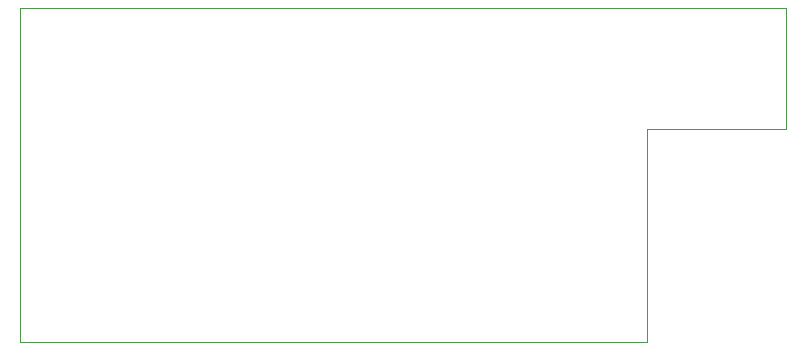
<source format=gm1>
G04 #@! TF.FileFunction,Profile,NP*
%FSLAX46Y46*%
G04 Gerber Fmt 4.6, Leading zero omitted, Abs format (unit mm)*
G04 Created by KiCad (PCBNEW 4.0.7) date 05/22/18 09:46:34*
%MOMM*%
%LPD*%
G01*
G04 APERTURE LIST*
%ADD10C,0.100000*%
G04 APERTURE END LIST*
D10*
X144250000Y-41800000D02*
X144250000Y-31550000D01*
X79350000Y-31550000D02*
X144250000Y-31550000D01*
X79350000Y-59800000D02*
X79350000Y-31550000D01*
X132450000Y-59800000D02*
X79350000Y-59800000D01*
X132450000Y-41800000D02*
X132450000Y-59800000D01*
X144250000Y-41800000D02*
X132450000Y-41800000D01*
M02*

</source>
